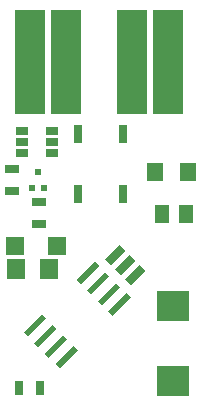
<source format=gtp>
G75*
G70*
%OFA0B0*%
%FSLAX24Y24*%
%IPPOS*%
%LPD*%
%AMOC8*
5,1,8,0,0,1.08239X$1,22.5*
%
%ADD10R,0.0197X0.0866*%
%ADD11R,0.0512X0.0630*%
%ADD12R,0.0591X0.0591*%
%ADD13R,0.0630X0.0709*%
%ADD14R,0.0472X0.0315*%
%ADD15R,0.0315X0.0472*%
%ADD16R,0.0551X0.0630*%
%ADD17R,0.1063X0.1004*%
%ADD18R,0.0300X0.0600*%
%ADD19R,0.0276X0.0669*%
%ADD20R,0.0390X0.0272*%
%ADD21R,0.0197X0.0236*%
%ADD22R,0.1000X0.3500*%
D10*
G36*
X002881Y005655D02*
X003020Y005516D01*
X002409Y004905D01*
X002270Y005044D01*
X002881Y005655D01*
G37*
G36*
X003234Y005301D02*
X003373Y005162D01*
X002762Y004551D01*
X002623Y004690D01*
X003234Y005301D01*
G37*
G36*
X002527Y006008D02*
X002666Y005869D01*
X002055Y005258D01*
X001916Y005397D01*
X002527Y006008D01*
G37*
G36*
X002174Y006362D02*
X002313Y006223D01*
X001702Y005612D01*
X001563Y005751D01*
X002174Y006362D01*
G37*
G36*
X003932Y008115D02*
X004071Y007976D01*
X003460Y007365D01*
X003321Y007504D01*
X003932Y008115D01*
G37*
G36*
X004286Y007761D02*
X004425Y007622D01*
X003814Y007011D01*
X003675Y007150D01*
X004286Y007761D01*
G37*
G36*
X004640Y007408D02*
X004779Y007269D01*
X004168Y006658D01*
X004029Y006797D01*
X004640Y007408D01*
G37*
G36*
X004990Y007057D02*
X005129Y006918D01*
X004518Y006307D01*
X004379Y006446D01*
X004990Y007057D01*
G37*
D11*
X006178Y009709D03*
X006966Y009709D03*
D12*
X002661Y008629D03*
X001283Y008629D03*
D13*
X001321Y007849D03*
X002423Y007849D03*
D14*
X002092Y009374D03*
X002092Y010083D03*
X001172Y010474D03*
X001172Y011183D03*
D15*
X001397Y003909D03*
X002106Y003909D03*
D16*
X005941Y011089D03*
X007043Y011089D03*
D17*
X006552Y006617D03*
X006552Y004120D03*
D18*
X004891Y010362D03*
X004891Y012362D03*
X003391Y012362D03*
X003391Y010362D03*
D19*
G36*
X004486Y008002D02*
X004291Y008197D01*
X004762Y008668D01*
X004957Y008473D01*
X004486Y008002D01*
G37*
G36*
X004820Y007668D02*
X004625Y007863D01*
X005096Y008334D01*
X005291Y008139D01*
X004820Y007668D01*
G37*
G36*
X005154Y007334D02*
X004959Y007529D01*
X005430Y008000D01*
X005625Y007805D01*
X005154Y007334D01*
G37*
D20*
X002524Y011714D03*
X002524Y012089D03*
X002524Y012463D03*
X001500Y012463D03*
X001500Y012089D03*
X001500Y011714D03*
D21*
X001835Y010573D03*
X002032Y011084D03*
X002229Y010573D03*
D22*
X001763Y014769D03*
X002981Y014769D03*
X005163Y014769D03*
X006381Y014769D03*
M02*

</source>
